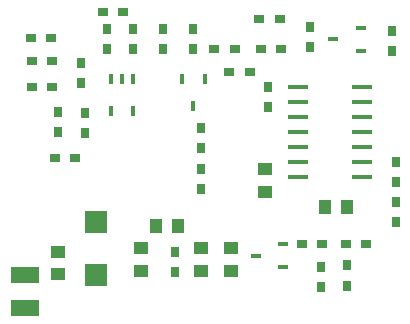
<source format=gbr>
%TF.GenerationSoftware,Novarm,DipTrace,3.0.0.2*%
%TF.CreationDate,2017-04-09T13:10:16+02:00*%
%FSLAX26Y26*%
%MOIN*%
%TF.FileFunction,Paste,Top*%
%TF.Part,Single*%
%ADD53R,0.015591X0.035276*%
%ADD55R,0.070709X0.015591*%
%ADD59R,0.017559X0.033307*%
%ADD65R,0.098268X0.054961*%
%ADD67R,0.033307X0.017559*%
%ADD69R,0.074646X0.074646*%
%ADD71R,0.031339X0.035276*%
%ADD73R,0.035276X0.031339*%
%ADD75R,0.051024X0.04315*%
%ADD77R,0.04315X0.051024*%
G75*
G01*
%LPD*%
D77*
X1606516Y919016D3*
X1681319D3*
D75*
X1406516Y1044016D3*
Y969213D3*
D73*
X1394016Y1444016D3*
X1460945D3*
D71*
X1419016Y1319016D3*
Y1252087D3*
X1169016Y1444016D3*
Y1510945D3*
D75*
X1194016Y706516D3*
Y781319D3*
X719016Y694016D3*
Y768819D3*
X1294016Y706516D3*
Y781319D3*
D77*
X1119016Y856516D3*
X1044213D3*
D73*
X631516Y1406516D3*
X698445D3*
D71*
X794016Y1331516D3*
Y1398445D3*
X719016Y1169016D3*
Y1235945D3*
X1556516Y1519016D3*
Y1452087D3*
D73*
X1456516Y1544016D3*
X1389587D3*
D71*
X1831516Y1506516D3*
Y1439587D3*
D69*
X844016Y869016D3*
Y691850D3*
D67*
X1469016Y719016D3*
Y793819D3*
X1378465Y756417D3*
D75*
X994016Y706516D3*
Y781319D3*
D65*
X606516Y581516D3*
Y691752D3*
D59*
X1206516Y1344016D3*
X1131713D3*
X1169114Y1253465D3*
D71*
X1194016Y1044016D3*
Y977087D3*
Y1181516D3*
Y1114587D3*
D73*
X1306516Y1444016D3*
X1239587D3*
D71*
X1069016D3*
Y1510945D3*
D73*
X1356516Y1369016D3*
X1289587D3*
D71*
X969016Y1444016D3*
Y1510945D3*
X1594016Y719016D3*
Y652087D3*
D73*
X1531516Y794016D3*
X1598445D3*
D71*
X1106516Y769016D3*
Y702087D3*
X1844016Y869016D3*
Y935945D3*
Y1069016D3*
Y1002087D3*
D73*
X1744016Y794016D3*
X1677087D3*
D71*
X1681516Y656516D3*
Y723445D3*
X881516Y1444016D3*
Y1510945D3*
D73*
X869016Y1569016D3*
X935945D3*
X706516Y1081516D3*
X773445D3*
X694016Y1481516D3*
X627087D3*
X631516Y1319016D3*
X698445D3*
D71*
X806516Y1231516D3*
Y1164587D3*
D55*
X1519016Y1319016D3*
Y1269016D3*
Y1219016D3*
Y1169016D3*
Y1119016D3*
Y1069016D3*
Y1019016D3*
X1731614D3*
Y1069016D3*
Y1119016D3*
Y1169016D3*
Y1219016D3*
Y1269016D3*
Y1319016D3*
D53*
X969016Y1344016D3*
X931614D3*
X894213D3*
Y1237717D3*
X969016D3*
D67*
X1726693Y1439390D3*
Y1514193D3*
X1636142Y1476791D3*
M02*

</source>
